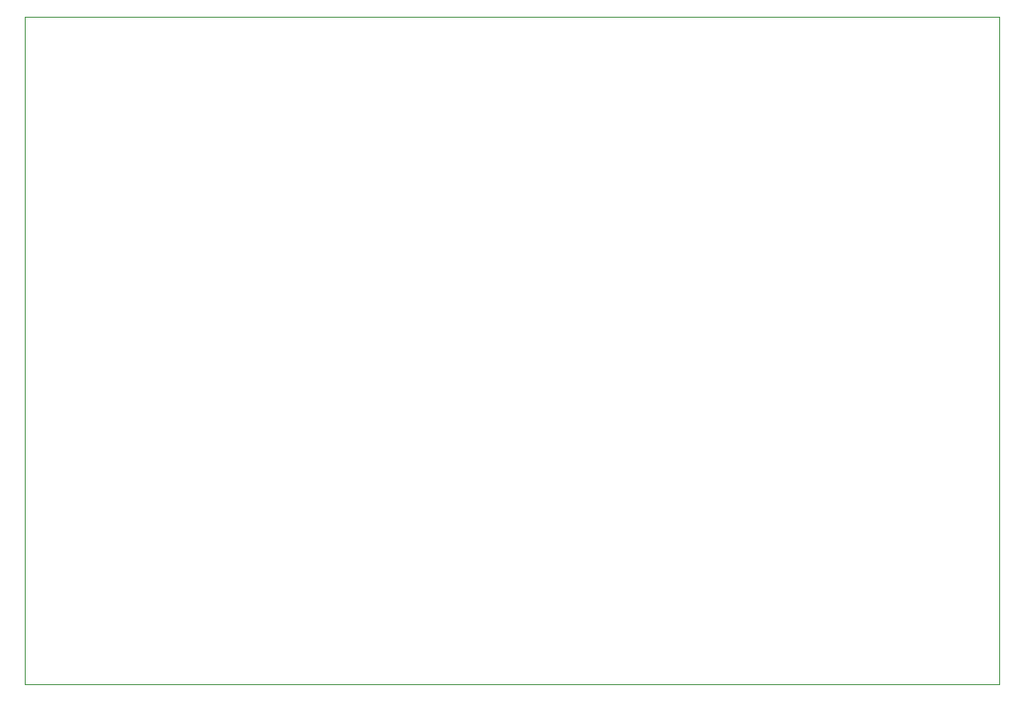
<source format=gbr>
%TF.GenerationSoftware,KiCad,Pcbnew,(6.0.4)*%
%TF.CreationDate,2022-05-01T14:15:37+08:00*%
%TF.ProjectId,S3_module,53335f6d-6f64-4756-9c65-2e6b69636164,rev?*%
%TF.SameCoordinates,Original*%
%TF.FileFunction,Profile,NP*%
%FSLAX46Y46*%
G04 Gerber Fmt 4.6, Leading zero omitted, Abs format (unit mm)*
G04 Created by KiCad (PCBNEW (6.0.4)) date 2022-05-01 14:15:37*
%MOMM*%
%LPD*%
G01*
G04 APERTURE LIST*
%TA.AperFunction,Profile*%
%ADD10C,0.100000*%
%TD*%
G04 APERTURE END LIST*
D10*
X183134000Y-84074000D02*
X89916000Y-84074000D01*
X89916000Y-84074000D02*
X89916000Y-147955000D01*
X89916000Y-147955000D02*
X183134000Y-147955000D01*
X183134000Y-147955000D02*
X183134000Y-84074000D01*
M02*

</source>
